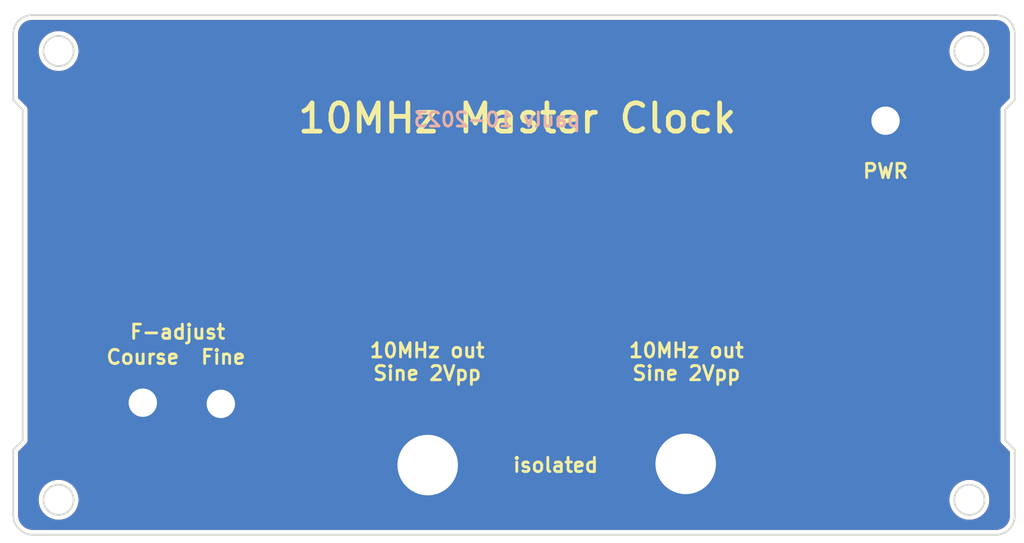
<source format=kicad_pcb>
(kicad_pcb (version 20221018) (generator pcbnew)
  (layers (0 "F.Cu" signal) (31 "B.Cu" signal) (34 "B.Paste" user) (35 "F.Paste" user) (36 "B.SilkS" user "B.Silkscreen") (37 "F.SilkS" user "F.Silkscreen") (38 "B.Mask" user) (39 "F.Mask" user) (44 "Edge.Cuts" user))
  (net 0 "")
  (footprint "MountingHole:MountingHole_6.4mm_M6" (layer "F.Cu") (at 137.85 123.825)
    (fp_text reference "H1" hide)
    (fp_text value "10MHz-1" hide)
    (pad "" np_thru_hole circle (at 0 0) (size 6.4 6.4) (drill 6.4) (layers "*.Cu" "*.Mask"))
  )
  (footprint "MountingHole:MountingHole_6.4mm_M6" (layer "F.Cu") (at 165.156 123.698)
    (fp_text reference "H4" hide)
    (fp_text value "10MHz-2" hide)
    (pad "" np_thru_hole circle (at 0 0) (size 6.4 6.4) (drill 6.4) (layers "*.Cu" "*.Mask"))
  )
  (footprint "MountingHole:MountingHole_3mm" (layer "F.Cu") (at 186.309 87.376)
    (fp_text reference "H2" hide)
    (fp_text value "PWR LED" hide)
    (pad "" np_thru_hole circle (at 0 0) (size 3 3) (drill 3) (layers "*.Cu" "*.Mask"))
  )
  (footprint "MountingHole:MountingHole_3mm" (layer "F.Cu") (at 107.696 117.221)
    (fp_text reference "H5" hide)
    (fp_text value "Trimmer Fine" hide)
    (pad "" np_thru_hole circle (at 0 0) (size 4 4) (drill 3) (layers "F&B.Cu" "*.Mask"))
  )
  (footprint "MountingHole:MountingHole_3mm" (layer "F.Cu") (at 115.951 117.348)
    (fp_text reference "H3" hide)
    (fp_text value "Trimmer Course" hide)
    (pad "" np_thru_hole circle (at 0 0) (size 3 3) (drill 4) (layers "F&B.Cu" "*.Mask"))
  )
  (gr_line (start 96.08 131.2) (end 197.98 131.2) (stroke (width 0.2)) (layer "Edge.Cuts"))
  (gr_line (start 199.98 85.2) (end 198.98 86.2) (stroke (width 0.2)) (layer "Edge.Cuts"))
  (gr_line (start 94.98 86.2) (end 93.98 85.2) (stroke (width 0.2)) (layer "Edge.Cuts"))
  (gr_circle (center 98.78 127.5) (end 100.38 127.5) (stroke (width 0.2)) (fill none) (layer "Edge.Cuts"))
  (gr_line (start 93.98 78.3) (end 93.98 85.2) (stroke (width 0.2)) (layer "Edge.Cuts"))
  (gr_circle (center 195.18 127.5) (end 196.78 127.5) (stroke (width 0.2)) (fill none) (layer "Edge.Cuts"))
  (gr_line (start 197.98 76.2) (end 95.98 76.2) (stroke (width 0.2)) (layer "Edge.Cuts"))
  (gr_line (start 93.98 122.2) (end 94.98 121.2) (stroke (width 0.2)) (layer "Edge.Cuts"))
  (gr_line (start 93.98 122.2) (end 93.98 129.1) (stroke (width 0.2)) (layer "Edge.Cuts"))
  (gr_line (start 199.98 78.2) (end 199.98 85.2) (stroke (width 0.2)) (layer "Edge.Cuts"))
  (gr_arc (start 199.98 129.2) (mid 199.394214 130.614214) (end 197.98 131.2) (stroke (width 0.2)) (layer "Edge.Cuts"))
  (gr_circle (center 98.78 80) (end 100.38 80) (stroke (width 0.2)) (fill none) (layer "Edge.Cuts"))
  (gr_arc (start 93.98 78.3) (mid 94.529095 76.819828) (end 95.98 76.197502) (stroke (width 0.2)) (layer "Edge.Cuts"))
  (gr_line (start 198.98 86.2) (end 198.98 121.2) (stroke (width 0.2)) (layer "Edge.Cuts"))
  (gr_line (start 198.98 121.2) (end 199.98 122.2) (stroke (width 0.2)) (layer "Edge.Cuts"))
  (gr_arc (start 96.08 131.2) (mid 94.595076 130.584924) (end 93.98 129.1) (stroke (width 0.2)) (layer "Edge.Cuts"))
  (gr_line (start 94.98 121.2) (end 94.98 86.2) (stroke (width 0.2)) (layer "Edge.Cuts"))
  (gr_line (start 199.98 122.2) (end 199.98 129.2) (stroke (width 0.2)) (layer "Edge.Cuts"))
  (gr_arc (start 197.98 76.2) (mid 199.394214 76.785786) (end 199.98 78.2) (stroke (width 0.2)) (layer "Edge.Cuts"))
  (gr_circle (center 195.18 80) (end 196.78 80) (stroke (width 0.2)) (fill none) (layer "Edge.Cuts"))
  (gr_text "paulv 10-2023" (at 154.178 88.138) (layer "B.SilkS") (effects (font (size 1.5 1.5) (thickness 0.3) bold) (justify left bottom mirror)))
  (gr_text "10MHz Master Clock" (at 147.32 87.122) (layer "F.SilkS") (effects (font (size 3 3) (thickness 0.5))))
  (gr_text "PWR" (at 186.309 92.71) (layer "F.SilkS") (effects (font (size 1.5 1.5) (thickness 0.3))))
  (gr_text "Course" (at 107.696 112.395) (layer "F.SilkS") (effects (font (size 1.5 1.5) (thickness 0.3))))
  (gr_text "Fine" (at 116.205 112.395) (layer "F.SilkS") (effects (font (size 1.5 1.5) (thickness 0.3))))
  (gr_text "isolated" (at 151.384 123.825) (layer "F.SilkS") (effects (font (size 1.5 1.5) (thickness 0.3))))
  (gr_text "F-adjust" (at 111.379 109.728) (layer "F.SilkS") (effects (font (size 1.5 1.5) (thickness 0.3))))
  (gr_text "10MHz out\nSine 2Vpp" (at 137.795 112.903) (layer "F.SilkS") (effects (font (size 1.5 1.5) (thickness 0.3))))
  (gr_text "10MHz out\nSine 2Vpp" (at 165.227 112.903) (layer "F.SilkS") (effects (font (size 1.5 1.5) (thickness 0.3))))
  (zone (net 0) (net_name "") (layers "F&B.Cu") (connect_pads (clearance 0.508)) (min_thickness 0.254) (fill yes (thermal_gap 0.508) (thermal_bridge_width 0.508))
    (polygon (pts (xy 200.98 132.1) (xy 93.08 131.9) (xy 92.58 74.8) (xy 200.18 74.6)))
  )
)
</source>
